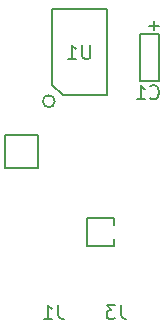
<source format=gbo>
G04 #@! TF.FileFunction,Other,ECO2*
%FSLAX46Y46*%
G04 Gerber Fmt 4.6, Leading zero omitted, Abs format (unit mm)*
G04 Created by KiCad (PCBNEW 4.0.5) date 08/13/17 21:16:46*
%MOMM*%
%LPD*%
G01*
G04 APERTURE LIST*
%ADD10C,0.100000*%
%ADD11C,0.200000*%
G04 APERTURE END LIST*
D10*
D11*
X154000000Y-111342857D02*
X154000000Y-112200000D01*
X154057142Y-112371429D01*
X154171428Y-112485714D01*
X154342857Y-112542857D01*
X154457142Y-112542857D01*
X153542856Y-111342857D02*
X152799999Y-111342857D01*
X153199999Y-111800000D01*
X153028571Y-111800000D01*
X152914285Y-111857143D01*
X152857142Y-111914286D01*
X152799999Y-112028571D01*
X152799999Y-112314286D01*
X152857142Y-112428571D01*
X152914285Y-112485714D01*
X153028571Y-112542857D01*
X153371428Y-112542857D01*
X153485714Y-112485714D01*
X153542856Y-112428571D01*
X148700000Y-111342857D02*
X148700000Y-112200000D01*
X148757142Y-112371429D01*
X148871428Y-112485714D01*
X149042857Y-112542857D01*
X149157142Y-112542857D01*
X147499999Y-112542857D02*
X148185714Y-112542857D01*
X147842856Y-112542857D02*
X147842856Y-111342857D01*
X147957142Y-111514286D01*
X148071428Y-111628571D01*
X148185714Y-111685714D01*
X153400000Y-104000000D02*
X153400000Y-104600000D01*
X153400000Y-106400000D02*
X153400000Y-105800000D01*
X153400000Y-106400000D02*
X151100000Y-106400000D01*
X151100000Y-104000000D02*
X151100000Y-106400000D01*
X151100000Y-104000000D02*
X153400000Y-104000000D01*
X151414286Y-89342857D02*
X151414286Y-90314286D01*
X151357143Y-90428571D01*
X151300000Y-90485714D01*
X151185714Y-90542857D01*
X150957143Y-90542857D01*
X150842857Y-90485714D01*
X150785714Y-90428571D01*
X150728571Y-90314286D01*
X150728571Y-89342857D01*
X149528571Y-90542857D02*
X150214286Y-90542857D01*
X149871428Y-90542857D02*
X149871428Y-89342857D01*
X149985714Y-89514286D01*
X150100000Y-89628571D01*
X150214286Y-89685714D01*
X156499999Y-93828571D02*
X156557142Y-93885714D01*
X156728571Y-93942857D01*
X156842857Y-93942857D01*
X157014285Y-93885714D01*
X157128571Y-93771429D01*
X157185714Y-93657143D01*
X157242857Y-93428571D01*
X157242857Y-93257143D01*
X157185714Y-93028571D01*
X157128571Y-92914286D01*
X157014285Y-92800000D01*
X156842857Y-92742857D01*
X156728571Y-92742857D01*
X156557142Y-92800000D01*
X156499999Y-92857143D01*
X155357142Y-93942857D02*
X156042857Y-93942857D01*
X155699999Y-93942857D02*
X155699999Y-92742857D01*
X155814285Y-92914286D01*
X155928571Y-93028571D01*
X156042857Y-93085714D01*
X156400000Y-87700000D02*
X157200000Y-87700000D01*
X156800000Y-88100000D02*
X156800000Y-87300000D01*
X157200000Y-88400000D02*
X155600000Y-88400000D01*
X157200000Y-92400000D02*
X157200000Y-88400000D01*
X155600000Y-92400000D02*
X157200000Y-92400000D01*
X155600000Y-92300000D02*
X155600000Y-92400000D01*
X155600000Y-88400000D02*
X155600000Y-92300000D01*
X144200000Y-99800000D02*
X144200000Y-97000000D01*
X147000000Y-99800000D02*
X144200000Y-99800000D01*
X147000000Y-97000000D02*
X147000000Y-99800000D01*
X144200000Y-97000000D02*
X147000000Y-97000000D01*
X148409902Y-94109901D02*
G75*
G03X148409902Y-94109901I-509902J0D01*
G01*
X152800000Y-86300000D02*
X148200000Y-86300000D01*
X152800000Y-93600000D02*
X152800000Y-86300000D01*
X149100000Y-93600000D02*
X152800000Y-93600000D01*
X148200000Y-92700000D02*
X149100000Y-93600000D01*
X148200000Y-86300000D02*
X148200000Y-92700000D01*
M02*

</source>
